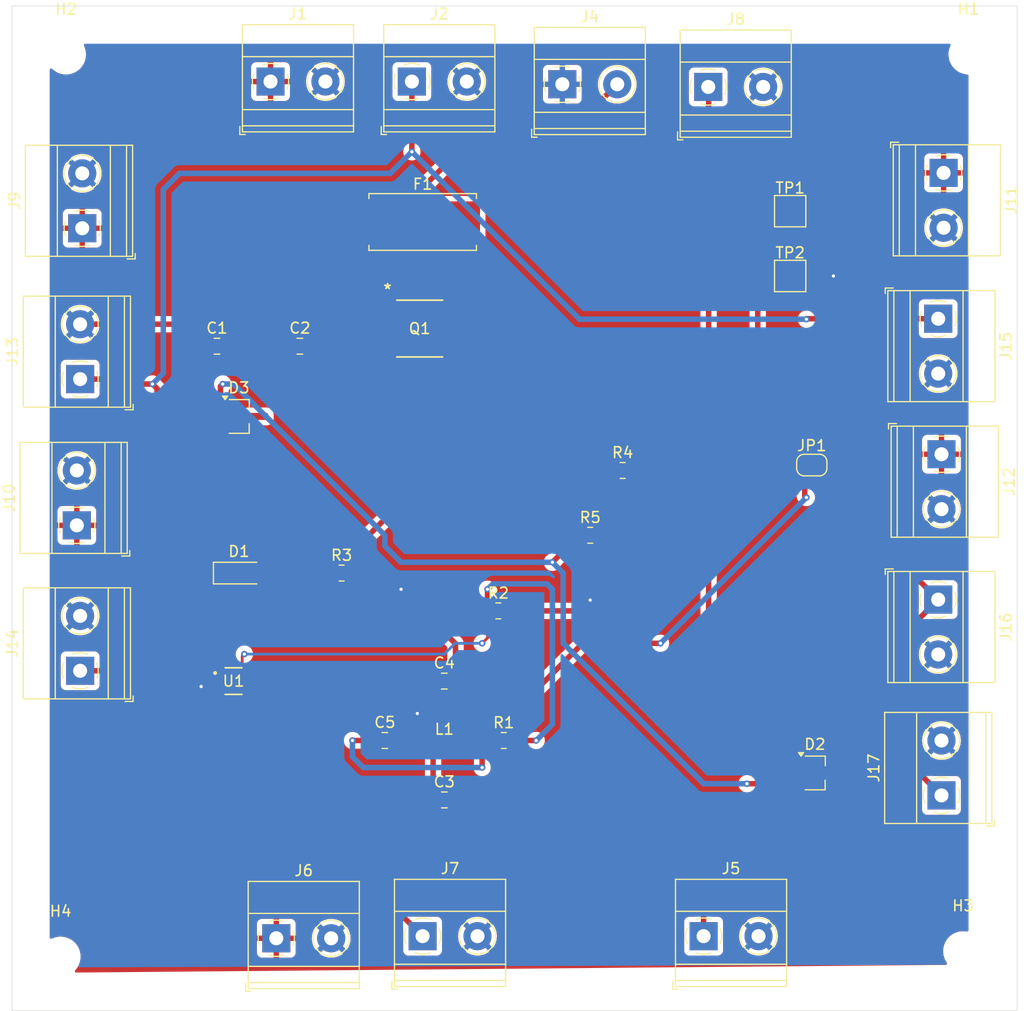
<source format=kicad_pcb>
(kicad_pcb (version 20240108) (generator "pcbnew") (generator_version "8.0")
  (layers (0 "F.Cu" mixed) (31 "B.Cu" mixed) (34 "B.Paste" user) (35 "F.Paste" user) (36 "B.SilkS" user "B.Silkscreen") (37 "F.SilkS" user "F.Silkscreen") (38 "B.Mask" user) (39 "F.Mask" user) (44 "Edge.Cuts" user))
  (net 0 "")
  (net 1 "+5V")
  (net 2 "GND")
  (net 3 "Net-(JP1-A)")
  (net 4 "+12V")
  (net 5 "Net-(D1-A)")
  (net 6 "/VBAT_READ")
  (net 7 "+3V3")
  (net 8 "Net-(F1-Pad2)")
  (net 9 "Net-(J4-Pin_2)")
  (net 10 "/BST")
  (net 11 "/SW")
  (net 12 "/SS")
  (net 13 "/FB")
  (footprint "MountingHole:MountingHole_3.2mm_M3" (layer "F.Cu") (at 92.5 153)
    (property "Reference" "H4" (at 0 -4.2 0) (layer "F.SilkS"))
    (property "Value" "MountingHole")
    (pad "" np_thru_hole circle (at 0 0) (size 3.2 3.2) (drill 3.2) (layers "*.Cu" "*.Mask"))
  )
  (footprint "Capacitor_SMD:C_0805_2012Metric_Pad1.18x1.45mm_HandSolder" (layer "F.Cu") (at 128 138.5)
    (property "Reference" "C3" (at 0 -1.68 0) (layer "F.SilkS"))
    (property "Value" "100nF")
    (pad "1" smd roundrect (at -1.0375 0) (size 1.175 1.45) (layers "F.Cu" "F.Paste" "F.Mask") (roundrect_rratio 0.212766) (net 11 "/SW"))
    (pad "2" smd roundrect (at 1.0375 0) (size 1.175 1.45) (layers "F.Cu" "F.Paste" "F.Mask") (roundrect_rratio 0.212766) (net 10 "/BST"))
  )
  (footprint "Resistor_SMD:R_0805_2012Metric_Pad1.20x1.40mm_HandSolder" (layer "F.Cu") (at 141.5 114)
    (property "Reference" "R5" (at 0 -1.65 0) (layer "F.SilkS"))
    (property "Value" "10k")
    (pad "1" smd roundrect (at -1 0) (size 1.2 1.4) (layers "F.Cu" "F.Paste" "F.Mask") (roundrect_rratio 0.208333) (net 6 "/VBAT_READ"))
    (pad "2" smd roundrect (at 1 0) (size 1.2 1.4) (layers "F.Cu" "F.Paste" "F.Mask") (roundrect_rratio 0.208333) (net 2 "GND"))
  )
  (footprint "Resistor_SMD:R_0805_2012Metric_Pad1.20x1.40mm_HandSolder" (layer "F.Cu") (at 144.5 108)
    (property "Reference" "R4" (at 0 -1.65 0) (layer "F.SilkS"))
    (property "Value" "100k")
    (pad "1" smd roundrect (at -1 0) (size 1.2 1.4) (layers "F.Cu" "F.Paste" "F.Mask") (roundrect_rratio 0.208333) (net 4 "+12V"))
    (pad "2" smd roundrect (at 1 0) (size 1.2 1.4) (layers "F.Cu" "F.Paste" "F.Mask") (roundrect_rratio 0.208333) (net 6 "/VBAT_READ"))
  )
  (footprint "Package_TO_SOT_SMD:TSOT-23_HandSoldering" (layer "F.Cu") (at 109 103)
    (property "Reference" "D3" (at 0 -2.65 0) (layer "F.SilkS"))
    (property "Value" "D_Schottky")
    (pad "1" smd roundrect (at -1.71 -0.95) (size 2 0.65) (layers "F.Cu" "F.Paste" "F.Mask") (net 6 "/VBAT_READ"))
    (pad "2" smd roundrect (at -1.71 0.95) (size 2 0.65) (layers "F.Cu" "F.Paste" "F.Mask") (net 2 "GND"))
    (pad "3" smd roundrect (at 1.71 0) (size 2 0.65) (layers "F.Cu" "F.Paste" "F.Mask"))
  )
  (footprint "TerminalBlock_Phoenix:TerminalBlock_Phoenix_MKDS-1,5-2-5.08_1x02_P5.08mm_Horizontal" (layer "F.Cu") (at 151.99 151.11)
    (property "Reference" "J5" (at 2.54 -6.26 0) (layer "F.SilkS"))
    (property "Value" "Conn_01x02_Pin")
    (pad "1" thru_hole rect (at 0 0) (size 2.6 2.6) (drill 1.3) (layers "*.Cu" "*.Mask") (net 6 "/VBAT_READ"))
    (pad "2" thru_hole circle (at 5.08 0) (size 2.6 2.6) (drill 1.3) (layers "*.Cu" "*.Mask") (net 2 "GND"))
  )
  (footprint "TerminalBlock_Phoenix:TerminalBlock_Phoenix_MKDS-1,5-2-5.08_1x02_P5.08mm_Horizontal" (layer "F.Cu") (at 94.305 126.545 90)
    (property "Reference" "J14" (at 2.54 -6.26 90) (layer "F.SilkS"))
    (property "Value" "MOTOR2 EN")
    (pad "1" thru_hole rect (at 0 0 90) (size 2.6 2.6) (drill 1.3) (layers "*.Cu" "*.Mask") (net 1 "+5V"))
    (pad "2" thru_hole circle (at 5.08 0 90) (size 2.6 2.6) (drill 1.3) (layers "*.Cu" "*.Mask") (net 2 "GND"))
  )
  (footprint "TerminalBlock_Phoenix:TerminalBlock_Phoenix_MKDS-1,5-2-5.08_1x02_P5.08mm_Horizontal" (layer "F.Cu") (at 174.195 80.455 -90)
    (property "Reference" "J11" (at 2.54 -6.26 90) (layer "F.SilkS"))
    (property "Value" "MOTOR3 POWER")
    (pad "1" thru_hole rect (at 0 0 270) (size 2.6 2.6) (drill 1.3) (layers "*.Cu" "*.Mask") (net 4 "+12V"))
    (pad "2" thru_hole circle (at 5.08 0 270) (size 2.6 2.6) (drill 1.3) (layers "*.Cu" "*.Mask") (net 2 "GND"))
  )
  (footprint "Capacitor_SMD:C_0805_2012Metric_Pad1.18x1.45mm_HandSolder" (layer "F.Cu") (at 122.5 133)
    (property "Reference" "C5" (at 0 -1.68 0) (layer "F.SilkS"))
    (property "Value" "47u")
    (pad "1" smd roundrect (at -1.0375 0) (size 1.175 1.45) (layers "F.Cu" "F.Paste" "F.Mask") (roundrect_rratio 0.212766) (net 3 "Net-(JP1-A)"))
    (pad "2" smd roundrect (at 1.0375 0) (size 1.175 1.45) (layers "F.Cu" "F.Paste" "F.Mask") (roundrect_rratio 0.212766) (net 2 "GND"))
  )
  (footprint "Resistor_SMD:R_0805_2012Metric_Pad1.20x1.40mm_HandSolder" (layer "F.Cu") (at 133.5 133)
    (property "Reference" "R1" (at 0 -1.65 0) (layer "F.SilkS"))
    (property "Value" "52.3k")
    (pad "1" smd roundrect (at -1 0) (size 1.2 1.4) (layers "F.Cu" "F.Paste" "F.Mask") (roundrect_rratio 0.208333) (net 3 "Net-(JP1-A)"))
    (pad "2" smd roundrect (at 1 0) (size 1.2 1.4) (layers "F.Cu" "F.Paste" "F.Mask") (roundrect_rratio 0.208333) (net 13 "/FB"))
  )
  (footprint "TerminalBlock_Phoenix:TerminalBlock_Phoenix_MKDS-1,5-2-5.08_1x02_P5.08mm_Horizontal" (layer "F.Cu") (at 94 113.08 90)
    (property "Reference" "J10" (at 2.54 -6.26 90) (layer "F.SilkS"))
    (property "Value" "MOTOR2 POWER")
    (pad "1" thru_hole rect (at 0 0 90) (size 2.6 2.6) (drill 1.3) (layers "*.Cu" "*.Mask") (net 4 "+12V"))
    (pad "2" thru_hole circle (at 5.08 0 90) (size 2.6 2.6) (drill 1.3) (layers "*.Cu" "*.Mask") (net 2 "GND"))
  )
  (footprint "TerminalBlock_Phoenix:TerminalBlock_Phoenix_MKDS-1,5-2-5.08_1x02_P5.08mm_Horizontal" (layer "F.Cu") (at 125.99 151.11)
    (property "Reference" "J7" (at 2.54 -6.26 0) (layer "F.SilkS"))
    (property "Value" "5V JUMP")
    (pad "1" thru_hole rect (at 0 0) (size 2.6 2.6) (drill 1.3) (layers "*.Cu" "*.Mask") (net 1 "+5V"))
    (pad "2" thru_hole circle (at 5.08 0) (size 2.6 2.6) (drill 1.3) (layers "*.Cu" "*.Mask") (net 2 "GND"))
  )
  (footprint "TerminalBlock_Phoenix:TerminalBlock_Phoenix_MKDS-1,5-2-5.08_1x02_P5.08mm_Horizontal" (layer "F.Cu") (at 152.42 72.5)
    (property "Reference" "J8" (at 2.54 -6.26 0) (layer "F.SilkS"))
    (property "Value" "3V3 JUMP")
    (pad "1" thru_hole rect (at 0 0) (size 2.6 2.6) (drill 1.3) (layers "*.Cu" "*.Mask") (net 7 "+3V3"))
    (pad "2" thru_hole circle (at 5.08 0) (size 2.6 2.6) (drill 1.3) (layers "*.Cu" "*.Mask") (net 2 "GND"))
  )
  (footprint "Fuse:Fuseholder_Littelfuse_Nano2_154x" (layer "F.Cu") (at 126 85)
    (property "Reference" "F1" (at 0 -3.5 0) (layer "F.SilkS"))
    (property "Value" "Fuse")
    (pad "1" smd rect (at -3.185 0) (size 4.24 3.81) (layers "F.Cu" "F.Paste" "F.Mask") (net 9 "Net-(J4-Pin_2)"))
    (pad "2" smd rect (at 3.185 0) (size 4.24 3.81) (layers "F.Cu" "F.Paste" "F.Mask") (net 8 "Net-(F1-Pad2)"))
  )
  (footprint "TerminalBlock_Phoenix:TerminalBlock_Phoenix_MKDS-1,5-2-5.08_1x02_P5.08mm_Horizontal" (layer "F.Cu") (at 125 72)
    (property "Reference" "J2" (at 2.54 -6.26 0) (layer "F.SilkS"))
    (property "Value" "LIN ACT DRIVER")
    (pad "1" thru_hole rect (at 0 0) (size 2.6 2.6) (drill 1.3) (layers "*.Cu" "*.Mask") (net 1 "+5V"))
    (pad "2" thru_hole circle (at 5.08 0) (size 2.6 2.6) (drill 1.3) (layers "*.Cu" "*.Mask") (net 2 "GND"))
  )
  (footprint "TerminalBlock_Phoenix:TerminalBlock_Phoenix_MKDS-1,5-2-5.08_1x02_P5.08mm_Horizontal" (layer "F.Cu") (at 94.5 85.58 90)
    (property "Reference" "J9" (at 2.54 -6.26 90) (layer "F.SilkS"))
    (property "Value" "MOTOR1 POWER")
    (pad "1" thru_hole rect (at 0 0 90) (size 2.6 2.6) (drill 1.3) (layers "*.Cu" "*.Mask") (net 4 "+12V"))
    (pad "2" thru_hole circle (at 5.08 0 90) (size 2.6 2.6) (drill 1.3) (layers "*.Cu" "*.Mask") (net 2 "GND"))
  )
  (footprint "TerminalBlock_Phoenix:TerminalBlock_Phoenix_MKDS-1,5-2-5.08_1x02_P5.08mm_Horizontal" (layer "F.Cu") (at 111.92 72)
    (property "Reference" "J1" (at 2.54 -6.26 0) (layer "F.SilkS"))
    (property "Value" "LINEAR ACTUATOR POWER")
    (pad "1" thru_hole rect (at 0 0) (size 2.6 2.6) (drill 1.3) (layers "*.Cu" "*.Mask") (net 4 "+12V"))
    (pad "2" thru_hole circle (at 5.08 0) (size 2.6 2.6) (drill 1.3) (layers "*.Cu" "*.Mask") (net 2 "GND"))
  )
  (footprint "TerminalBlock_Phoenix:TerminalBlock_Phoenix_MKDS-1,5-2-5.08_1x02_P5.08mm_Horizontal" (layer "F.Cu") (at 174 106.5 -90)
    (property "Reference" "J12" (at 2.54 -6.26 90) (layer "F.SilkS"))
    (property "Value" "MOTOR4 POWER")
    (pad "1" thru_hole rect (at 0 0 270) (size 2.6 2.6) (drill 1.3) (layers "*.Cu" "*.Mask") (net 4 "+12V"))
    (pad "2" thru_hole circle (at 5.08 0 270) (size 2.6 2.6) (drill 1.3) (layers "*.Cu" "*.Mask") (net 2 "GND"))
  )
  (footprint "Resistor_SMD:R_0805_2012Metric_Pad1.20x1.40mm_HandSolder" (layer "F.Cu") (at 133 121)
    (property "Reference" "R2" (at 0 -1.65 0) (layer "F.SilkS"))
    (property "Value" "10k")
    (pad "1" smd roundrect (at -1 0) (size 1.2 1.4) (layers "F.Cu" "F.Paste" "F.Mask") (roundrect_rratio 0.208333) (net 13 "/FB"))
    (pad "2" smd roundrect (at 1 0) (size 1.2 1.4) (layers "F.Cu" "F.Paste" "F.Mask") (roundrect_rratio 0.208333) (net 2 "GND"))
  )
  (footprint "TerminalBlock_Phoenix:TerminalBlock_Phoenix_MKDS-1,5-2-5.08_1x02_P5.08mm_Horizontal" (layer "F.Cu") (at 174 138.08 90)
    (property "Reference" "J17" (at 2.54 -6.26 90) (layer "F.SilkS"))
    (property "Value" "LIN REG")
    (pad "1" thru_hole rect (at 0 0 90) (size 2.6 2.6) (drill 1.3) (layers "*.Cu" "*.Mask") (net 1 "+5V"))
    (pad "2" thru_hole circle (at 5.08 0 90) (size 2.6 2.6) (drill 1.3) (layers "*.Cu" "*.Mask") (net 2 "GND"))
  )
  (footprint "MountingHole:MountingHole_3.2mm_M3" (layer "F.Cu") (at 176.5 69.5)
    (property "Reference" "H1" (at 0 -4.2 0) (layer "F.SilkS"))
    (property "Value" "MountingHole")
    (pad "" np_thru_hole circle (at 0 0) (size 3.2 3.2) (drill 3.2) (layers "*.Cu" "*.Mask"))
  )
  (footprint "Package_TO_SOT_SMD:TSOT-23_HandSoldering" (layer "F.Cu") (at 162.29 136)
    (property "Reference" "D2" (at 0 -2.65 0) (layer "F.SilkS"))
    (property "Value" "D_Schottky")
    (pad "1" smd roundrect (at -1.71 -0.95) (size 2 0.65) (layers "F.Cu" "F.Paste" "F.Mask") (net 7 "+3V3"))
    (pad "2" smd roundrect (at -1.71 0.95) (size 2 0.65) (layers "F.Cu" "F.Paste" "F.Mask") (net 6 "/VBAT_READ"))
    (pad "3" smd roundrect (at 1.71 0) (size 2 0.65) (layers "F.Cu" "F.Paste" "F.Mask"))
  )
  (footprint "TPS62933DRLR:SOT5X3-8_DRL_TEX" (layer "F.Cu") (at 108.5 127.5)
    (property "Reference" "U1" (at 0 0 0) (layer "F.SilkS"))
    (property "Value" "TPS62933DRLR")
    (pad "1" smd rect (at -0.8001 -0.750189) (size 0.7112 0.2286) (layers "F.Cu" "F.Paste" "F.Mask"))
    (pad "2" smd rect (at -0.8001 -0.250063) (size 0.7112 0.2286) (layers "F.Cu" "F.Paste" "F.Mask"))
    (pad "3" smd rect (at -0.8001 0.250063) (size 0.7112 0.2286) (layers "F.Cu" "F.Paste" "F.Mask") (net 4 "+12V"))
    (pad "4" smd rect (at -0.8001 0.750189) (size 0.7112 0.2286) (layers "F.Cu" "F.Paste" "F.Mask") (net 2 "GND"))
    (pad "5" smd rect (at 0.8001 0.750189) (size 0.7112 0.2286) (layers "F.Cu" "F.Paste" "F.Mask"))
    (pad "6" smd rect (at 0.8001 0.250063) (size 0.7112 0.2286) (layers "F.Cu" "F.Paste" "F.Mask"))
    (pad "7" smd rect (at 0.8001 -0.250063) (size 0.7112 0.2286) (layers "F.Cu" "F.Paste" "F.Mask") (net 12 "/SS"))
    (pad "8" smd rect (at 0.8001 -0.750189) (size 0.7112 0.2286) (layers "F.Cu" "F.Paste" "F.Mask") (net 13 "/FB"))
  )
  (footprint "Inductor_SMD:L_0201_0603Metric_Pad0.64x0.40mm_HandSolder" (layer "F.Cu") (at 128 133)
    (property "Reference" "L1" (at 0 -1.05 0) (layer "F.SilkS"))
    (property "Value" "7.8uH")
    (pad "1" smd roundrect (at -0.4075 0) (size 0.635 0.4) (layers "F.Cu" "F.Mask") (net 11 "/SW"))
    (pad "2" smd roundrect (at 0.4075 0) (size 0.635 0.4) (layers "F.Cu" "F.Mask") (net 3 "Net-(JP1-A)"))
  )
  (footprint "Resistor_SMD:R_0805_2012Metric_Pad1.20x1.40mm_HandSolder" (layer "F.Cu") (at 118.5 117.5)
    (property "Reference" "R3" (at 0 -1.65 0) (layer "F.SilkS"))
    (property "Value" "100k")
    (pad "1" smd roundrect (at -1 0) (size 1.2 1.4) (layers "F.Cu" "F.Paste" "F.Mask") (roundrect_rratio 0.208333) (net 5 "Net-(D1-A)"))
    (pad "2" smd roundrect (at 1 0) (size 1.2 1.4) (layers "F.Cu" "F.Paste" "F.Mask") (roundrect_rratio 0.208333) (net 2 "GND"))
  )
  (footprint "AO4485:SO8SOP-8L_AOS" (layer "F.Cu") (at 125.72415 94.865)
    (property "Reference" "Q1" (at 0 0 0) (layer "F.SilkS"))
    (property "Value" "AO4485")
    (fp_text user "*" (at -2.97815 -3.6068 0) (layer "F.SilkS"))
    (fp_text user "*" (at -2.97815 -3.6068 0) (layer "F.SilkS"))
    (pad "1" smd rect (at -2.72415 -1.905) (size 1.4605 0.5588) (layers "F.Cu" "F.Paste" "F.Mask") (net 4 "+12V"))
    (pad "2" smd rect (at -2.72415 -0.635) (size 1.4605 0.5588) (layers "F.Cu" "F.Paste" "F.Mask") (net 4 "+12V"))
    (pad "3" smd rect (at -2.72415 0.635) (size 1.4605 0.5588) (layers "F.Cu" "F.Paste" "F.Mask") (net 4 "+12V"))
    (pad "4" smd rect (at -2.72415 1.905) (size 1.4605 0.5588) (layers "F.Cu" "F.Paste" "F.Mask") (net 5 "Net-(D1-A)"))
    (pad "5" smd rect (at 2.72415 1.905) (size 1.4605 0.5588) (layers "F.Cu" "F.Paste" "F.Mask") (net 8 "Net-(F1-Pad2)"))
    (pad "6" smd rect (at 2.72415 0.635) (size 1.4605 0.5588) (layers "F.Cu" "F.Paste" "F.Mask") (net 8 "Net-(F1-Pad2)"))
    (pad "7" smd rect (at 2.72415 -0.635) (size 1.4605 0.5588) (layers "F.Cu" "F.Paste" "F.Mask") (net 8 "Net-(F1-Pad2)"))
    (pad "8" smd rect (at 2.72415 -1.905) (size 1.4605 0.5588) (layers "F.Cu" "F.Paste" "F.Mask") (net 8 "Net-(F1-Pad2)"))
  )
  (footprint "TerminalBlock_Phoenix:TerminalBlock_Phoenix_MKDS-1,5-2-5.08_1x02_P5.08mm_Horizontal" (layer "F.Cu") (at 173.695 93.955 -90)
    (property "Reference" "J15" (at 2.54 -6.26 90) (layer "F.SilkS"))
    (property "Value" "MOTOR3 EN")
    (pad "1" thru_hole rect (at 0 0 270) (size 2.6 2.6) (drill 1.3) (layers "*.Cu" "*.Mask") (net 1 "+5V"))
    (pad "2" thru_hole circle (at 5.08 0 270) (size 2.6 2.6) (drill 1.3) (layers "*.Cu" "*.Mask") (net 2 "GND"))
  )
  (footprint "TestPoint:TestPoint_Pad_2.5x2.5mm" (layer "F.Cu") (at 160 90)
    (property "Reference" "TP2" (at 0 -2.148 0) (layer "F.SilkS"))
    (property "Value" "TestPoint")
    (pad "1" smd rect (at 0 0) (size 2.5 2.5) (layers "F.Cu" "F.Mask") (net 2 "GND"))
  )
  (footprint "Capacitor_SMD:C_0805_2012Metric_Pad1.18x1.45mm_HandSolder" (layer "F.Cu") (at 128 127.5)
    (property "Reference" "C4" (at 0 -1.68 0) (layer "F.SilkS"))
    (property "Value" "33nF")
    (pad "1" smd roundrect (at -1.0375 0) (size 1.175 1.45) (layers "F.Cu" "F.Paste" "F.Mask") (roundrect_rratio 0.212766) (net 12 "/SS"))
    (pad "2" smd roundrect (at 1.0375 0) (size 1.175 1.45) (layers "F.Cu" "F.Paste" "F.Mask") (roundrect_rratio 0.212766) (net 2 "GND"))
  )
  (footprint "TerminalBlock_Phoenix:TerminalBlock_Phoenix_MKDS-1,5-2-5.08_1x02_P5.08mm_Horizontal" (layer "F.Cu") (at 112.455 151.305)
    (property "Reference" "J6" (at 2.54 -6.26 0) (layer "F.SilkS"))
    (property "Value" "12V JUMP")
    (pad "1" thru_hole rect (at 0 0) (size 2.6 2.6) (drill 1.3) (layers "*.Cu" "*.Mask") (net 4 "+12V"))
    (pad "2" thru_hole circle (at 5.08 0) (size 2.6 2.6) (drill 1.3) (layers "*.Cu" "*.Mask") (net 2 "GND"))
  )
  (footprint "Diode_SMD:D_SOD-123" (layer "F.Cu") (at 109 117.5)
    (property "Reference" "D1" (at 0 -2 0) (layer "F.SilkS"))
    (property "Value" "D_Zener")
    (pad "1" smd roundrect (at -1.65 0) (size 0.9 1.2) (layers "F.Cu" "F.Paste" "F.Mask") (net 4 "+12V"))
    (pad "2" smd roundrect (at 1.65 0) (size 0.9 1.2) (layers "F.Cu" "F.Paste" "F.Mask") (net 5 "Net-(D1-A)"))
  )
  (footprint "MountingHole:MountingHole_3.2mm_M3" (layer "F.Cu") (at 176 152.5)
    (property "Reference" "H3" (at 0 -4.2 0) (layer "F.SilkS"))
    (property "Value" "MountingHole")
    (pad "" np_thru_hole circle (at 0 0) (size 3.2 3.2) (drill 3.2) (layers "*.Cu" "*.Mask"))
  )
  (footprint "MountingHole:MountingHole_3.2mm_M3" (layer "F.Cu") (at 93 69.5)
    (property "Reference" "H2" (at 0 -4.2 0) (layer "F.SilkS"))
    (property "Value" "MountingHole")
    (pad "" np_thru_hole circle (at 0 0) (size 3.2 3.2) (drill 3.2) (layers "*.Cu" "*.Mask"))
  )
  (footprint "TerminalBlock_Phoenix:TerminalBlock_Phoenix_MKDS-1,5-2-5.08_1x02_P5.08mm_Horizontal" (layer "F.Cu") (at 138.92 72.25)
    (property "Reference" "J4" (at 2.54 -6.26 0) (layer "F.SilkS"))
    (property "Value" "12V BATTERY POWER")
    (pad "1" thru_hole rect (at 0 0) (size 2.6 2.6) (drill 1.3) (layers "*.Cu" "*.Mask") (net 2 "GND"))
    (pad "2" thru_hole circle (at 5.08 0) (size 2.6 2.6) (drill 1.3) (layers "*.Cu" "*.Mask") (net 9 "Net-(J4-Pin_2)"))
  )
  (footprint "Capacitor_SMD:C_0805_2012Metric_Pad1.18x1.45mm_HandSolder" (layer "F.Cu") (at 114.6375 96.5)
    (property "Reference" "C2" (at 0 -1.68 0) (layer "F.SilkS"))
    (property "Value" "100nF")
    (pad "1" smd roundrect (at -1.0375 0) (size 1.175 1.45) (layers "F.Cu" "F.Paste" "F.Mask") (roundrect_rratio 0.212766) (net 4 "+12V"))
    (pad "2" smd roundrect (at 1.0375 0) (size 1.175 1.45) (layers "F.Cu" "F.Paste" "F.Mask") (roundrect_rratio 0.212766) (net 2 "GND"))
  )
  (footprint "TestPoint:TestPoint_Pad_2.5x2.5mm" (layer "F.Cu") (at 160 84)
    (property "Reference" "TP1" (at 0 -2.148 0) (layer "F.SilkS"))
    (property "Value" "TestPoint")
    (pad "1" smd rect (at 0 0) (size 2.5 2.5) (layers "F.Cu" "F.Mask") (net 3 "Net-(JP1-A)"))
  )
  (footprint "TerminalBlock_Phoenix:TerminalBlock_Phoenix_MKDS-1,5-2-5.08_1x02_P5.08mm_Horizontal" (layer "F.Cu") (at 173.695 119.955 -90)
    (property "Reference" "J16" (at 2.54 -6.26 90) (layer "F.SilkS"))
    (property "Value" "MOTOR4 EN")
    (pad "1" thru_hole rect (at 0 0 270) (size 2.6 2.6) (drill 1.3) (layers "*.Cu" "*.Mask") (net 1 "+5V"))
    (pad "2" thru_hole circle (at 5.08 0 270) (size 2.6 2.6) (drill 1.3) (layers "*.Cu" "*.Mask") (net 2 "GND"))
  )
  (footprint "TerminalBlock_Phoenix:TerminalBlock_Phoenix_MKDS-1,5-2-5.08_1x02_P5.08mm_Horizontal" (layer "F.Cu") (at 94.305 99.545 90)
    (property "Reference" "J13" (at 2.54 -6.26 90) (layer "F.SilkS"))
    (property "Value" "MOTOR1 EN")
    (pad "1" thru_hole rect (at 0 0 90) (size 2.6 2.6) (drill 1.3) (layers "*.Cu" "*.Mask") (net 1 "+5V"))
    (pad "2" thru_hole circle (at 5.08 0 90) (size 2.6 2.6) (drill 1.3) (layers "*.Cu" "*.Mask") (net 2 "GND"))
  )
  (footprint "Jumper:SolderJumper-2_P1.3mm_Open_RoundedPad1.0x1.5mm" (layer "F.Cu") (at 162 107.5)
    (property "Reference" "JP1" (at 0 -1.8 0) (layer "F.SilkS"))
    (property "Value" "SolderJumper_2_Open")
    (pad "1" smd custom (at -0.65 0) (size 1 0.5) (layers "F.Cu" "F.Mask") (net 3 "Net-(JP1-A)") (options (clearance outline) (anchor rect)) (primitives (gr_circle (center 0 0.25) (end 0.5 0.25) (width 0) (fill yes)) (gr_circle (center 0 -0.25) (end 0.5 -0.25) (width 0) (fill yes)) (gr_poly (pts (xy 0.5 0.75) (xy 0 0.75) (xy 0 -0.75) (xy 0.5 -0.75)) (width 0) (fill yes))))
    (pad "2" smd custom (at 0.65 0) (size 1 0.5) (layers "F.Cu" "F.Mask") (net 1 "+5V") (options (clearance outline) (anchor rect)) (primitives (gr_circle (center 0 0.25) (end 0.5 0.25) (width 0) (fill yes)) (gr_circle (center 0 -0.25) (end 0.5 -0.25) (width 0) (fill yes)) (gr_poly (pts (xy 0 0.75) (xy -0.5 0.75) (xy -0.5 -0.75) (xy 0 -0.75)) (width 0) (fill yes))))
  )
  (footprint "Capacitor_SMD:C_0805_2012Metric_Pad1.18x1.45mm_HandSolder" (layer "F.Cu") (at 106.9625 96.5)
    (property "Reference" "C1" (at 0 -1.68 0) (layer "F.SilkS"))
    (property "Value" "10uF")
    (pad "1" smd roundrect (at -1.0375 0) (size 1.175 1.45) (layers "F.Cu" "F.Paste" "F.Mask") (roundrect_rratio 0.212766) (net 4 "+12V"))
    (pad "2" smd roundrect (at 1.0375 0) (size 1.175 1.45) (layers "F.Cu" "F.Paste" "F.Mask") (roundrect_rratio 0.212766) (net 2 "GND"))
  )
  (gr_rect (start 88 65) (end 181 158) (stroke (width 0.05)) (fill none) (layer "Edge.Cuts"))
  (segment (start 168.045 93.955) (end 167 95) (width 0.508) (layer "F.Cu") (net 1))
  (segment (start 168.045 93.955) (end 161.545 93.955) (width 0.508) (layer "F.Cu") (net 1))
  (segment (start 125 72) (end 125 78.5) (width 0.508) (layer "F.Cu") (net 1))
  (segment (start 100 100) (end 99.545 99.545) (width 0.508) (layer "F.Cu") (net 1))
  (segment (start 101.425 100.425) (end 101 100) (width 0.508) (layer "F.Cu") (net 1))
  (segment (start 171.941 121.709) (end 165.291 121.709) (width 0.508) (layer "F.Cu") (net 1))
  (segment (start 162.65 108.91) (end 173.695 119.955) (width 0.508) (layer "F.Cu") (net 1))
  (segment (start 101.425 126.545) (end 101.425 100.425) (width 0.508) (layer "F.Cu") (net 1))
  (segment (start 164.5 128.58) (end 174 138.08) (width 0.508) (layer "F.Cu") (net 1))
  (segment (start 167 95) (end 167 106.5) (width 0.508) (layer "F.Cu") (net 1))
  (segment (start 167 106.5) (end 166 107.5) (width 0.508) (layer "F.Cu") (net 1))
  (segment (start 166 107.5) (end 162.65 107.5) (width 0.508) (layer "F.Cu") (net 1))
  (segment (start 165.291 121.709) (end 164.5 122.5) (width 0.508) (layer "F.Cu") (net 1))
  (segment (start 94.305 126.545) (end 101.425 126.545) (width 0.508) (layer "F.Cu") (net 1))
  (segment (start 173.695 93.955) (end 168.045 93.955) (width 0.508) (layer "F.Cu") (net 1))
  (segment (start 173.695 119.955) (end 171.941 121.709) (width 0.508) (layer "F.Cu") (net 1))
  (segment (start 101.425 126.545) (end 125.99 151.11) (width 0.508) (layer "F.Cu") (net 1))
  (segment (start 100 100) (end 101 100) (width 0.508) (layer "F.Cu") (net 1))
  (segment (start 161.545 93.955) (end 161.5 94) (width 0.508) (layer "F.Cu") (net 1))
  (segment (start 164.5 122.5) (end 164.5 128.58) (width 0.508) (layer "F.Cu") (net 1))
  (segment (start 162.65 107.5) (end 162.65 108.91) (width 0.508) (layer "F.Cu") (net 1))
  (segment (start 99.545 99.545) (end 94.305 99.545) (width 0.508) (layer "F.Cu") (net 1))
  (via (at 125 78.5) (size 0.6) (drill 0.3) (layers "F.Cu" "B.Cu") (net 1))
  (via (at 101 100) (size 0.6) (drill 0.3) (layers "F.Cu" "B.Cu") (net 1))
  (via (at 161.5 94) (size 0.6) (drill 0.3) (layers "F.Cu" "B.Cu") (net 1))
  (segment (start 103.5 80.5) (end 102 82) (width 0.508) (layer "B.Cu") (net 1))
  (segment (start 102 82) (end 102 99) (width 0.508) (layer "B.Cu") (net 1))
  (segment (start 125 78.5) (end 123 80.5) (width 0.508) (layer "B.Cu") (net 1))
  (segment (start 102 99) (end 101 100) (width 0.508) (layer "B.Cu") (net 1))
  (segment (start 161.5 94) (end 140.5 94) (width 0.508) (layer "B.Cu") (net 1))
  (segment (start 123 80.5) (end 103.5 80.5) (width 0.508) (layer "B.Cu") (net 1))
  (segment (start 140.5 94) (end 125 78.5) (width 0.508) (layer "B.Cu") (net 1))
  (segment (start 114.496 95.321) (end 115.675 96.5) (width 0.508) (layer "F.Cu") (net 2))
  (segment (start 107.465 94.465) (end 94.305 94.465) (width 0.508) (layer "F.Cu") (net 2))
  (segment (start 142.5 114) (end 142.5 119) (width 0.508) (layer "F.Cu") (net 2))
  (segment (start 129.0375 124.0375) (end 124 119) (width 0.508) (layer "F.Cu") (net 2))
  (segment (start 108 96.5) (end 108 98) (width 0.508) (layer "F.Cu") (net 2))
  (segment (start 108 95) (end 107.465 94.465) (width 0.508) (layer "F.Cu") (net 2))
  (segment (start 119.5 117.5) (end 122.5 117.5) (width 0.508) (layer "F.Cu") (net 2))
  (segment (start 122.5 117.5) (end 124 119) (width 0.508) (layer "F.Cu") (net 2))
  (segment (start 123.5375 132.4625) (end 125.5 130.5) (width 0.508) (layer "F.Cu") (net 2))
  (segment (start 108 96.5) (end 108 95) (width 0.508) (layer "F.Cu") (net 2))
  (segment (start 109.179 95.321) (end 114.496 95.321) (width 0.508) (layer "F.Cu") (net 2))
  (segment (start 108 96.5) (end 109.179 95.321) (width 0.508) (layer "F.Cu") (net 2))
  (segment (start 105.750189 128.250189) (end 105.5 128) (width 0.254) (layer "F.Cu") (net 2))
  (segment (start 140.5 121) (end 141.5 120) (width 0.508) (layer "F.Cu") (net 2))
  (segment (start 105.836 99.164) (end 105.836 99.5) (width 0.508) (layer "F.Cu") (net 2))
  (segment (start 105.836 99.5) (end 105.836 102.496) (width 0.508) (layer "F.Cu") (net 2))
  (segment (start 106.5 98.5) (end 105.836 99.164) (width 0.508) (layer "F.Cu") (net 2))
  (segment (start 142.5 119) (end 141.5 120) (width 0.508) (layer "F.Cu") (net 2))
  (segment (start 134 121) (end 140.5 121) (width 0.508) (layer "F.Cu") (net 2))
  (segment (start 108 98) (end 107.5 98.5) (width 0.508) (layer "F.Cu") (net 2))
  (segment (start 107.5 98.5) (end 106.5 98.5) (width 0.508) (layer "F.Cu") (net 2))
  (segment (start 160 90) (end 164 90) (width 0.508) (layer "F.Cu") (net 2))
  (segment (start 105.836 102.496) (end 107.29 103.95) (width 0.508) (layer "F.Cu") (net 2))
  (segment (start 123.5375 133) (end 123.5375 132.4625) (width 0.508) (layer "F.Cu") (net 2))
  (segment (start 107.6999 128.250189) (end 105.750189 128.250189) (width 0.254) (layer "F.Cu") (net 2))
  (segment (start 129.0375 127.5) (end 129.0375 124.0375) (width 0.508) (layer "F.Cu") (net 2))
  (via (at 105.5 128) (size 0.6) (drill 0.3) (layers "F.Cu" "B.Cu") (net 2))
  (via (at 125.5 130.5) (size 0.6) (drill 0.3) (layers "F.Cu" "B.Cu") (net 2))
  (via (at 124 119) (size 0.6) (drill 0.3) (layers "F.Cu" "B.Cu") (net 2))
  (via (at 164 90) (size 0.6) (drill 0.3) (layers "F.Cu" "B.Cu") (net 2))
  (via (at 141.5 120) (size 0.6) (drill 0.3) (layers "F.Cu" "B.Cu") (net 2))
  (segment (start 131.5 135.5) (end 131.5 134) (width 0.508) (layer "F.Cu") (net 3))
  (segment (start 121.4625 133) (end 119.5 133) (width 0.508) (layer "F.Cu") (net 3))
  (segment (start 158.5 84) (end 157 85.5) (width 0.508) (layer "F.Cu") (net 3))
  (segment (start 158.5 107.5) (end 161.35 107.5) (width 0.508) (layer "F.Cu") (net 3))
  (segment (start 132.5 132.3) (end 132.5 133) (width 0.508) (layer "F.Cu") (net 3))
  (segment (start 161.35 107.5) (end 161.35 110.35) (width 0.508) (layer "F.Cu") (net 3))
  (segment (start 157 106) (end 158.5 107.5) (width 0.508) (layer "F.Cu") (net 3))
  (segment (start 161.35 110.35) (end 161.5 110.5) (width 0.508) (layer "F.Cu") (net 3))
  (segment (start 160 84) (end 158.5 84) (width 0.508) (layer "F.Cu") (net 3))
  (segment (start 131.5 134) (end 132.5 133) (width 0.508) (layer "F.Cu") (net 3))
  (segment (start 148 124) (end 140.8 124) (width 0.508) (layer "F.Cu") (net 3))
  (segment (start 128.4075 133) (end 132.5 133) (width 0.508) (layer "F.Cu") (net 3))
  (segment (start 140.8 124) (end 132.5 132.3) (width 0.508) (layer "F.Cu") (net 3))
  (segment (start 157 85.5) (end 157 106) (width 0.508) (layer "F.Cu") (net 3))
  (via (at 119.5 133) (size 0.6) (drill 0.3) (layers "F.Cu" "B.Cu") (net 3))
  (via (at 148 124) (size 0.6) (drill 0.3) (layers "F.Cu" "B.Cu") (net 3))
  (via (at 131.5 135.5) (size 0.6) (drill 0.3) (layers "F.Cu" "B.Cu") (net 3))
  (via (at 161.5 110.5) (size 0.6) (drill 0.3) (layers "F.Cu" "B.Cu") (net 3))
  (segment (start 119.5 134.5) (end 120.5 135.5) (width 0.508) (layer "B.Cu") (net 3))
  (segment (start 119.5 133) (end 119.5 134.5) (width 0.508) (layer "B.Cu") (net 3))
  (segment (start 120.5 135.5) (end 131.5 135.5) (width 0.508) (layer "B.Cu") (net 3))
  (segment (start 161.5 110.5) (end 148 124) (width 0.508) (layer "B.Cu") (net 3))
  (segment (start 106 126.673937) (end 106 125.5) (width 0.254) (layer "F.Cu") (net 4))
  (segment (start 107.6999 127.750063) (end 107.076126 127.750063) (width 0.254) (layer "F.Cu") (net 4))
  (segment (start 107.076126 127.750063) (end 106 126.673937) (width 0.254) (layer "F.Cu") (net 4))
  (segment (start 110.65 117.5) (end 117.5 117.5) (width 0.508) (layer "F.Cu") (net 5))
  (segment (start 123 96.77) (end 123 112) (width 0.508) (layer "F.Cu") (net 5))
  (segment (start 123 112) (end 117.5 117.5) (width 0.508) (layer "F.Cu") (net 5))
  (segment (start 145.5 108) (end 145.5 109) (width 0.508) (layer "F.Cu") (net 6))
  (segment (start 140.5 114) (end 138 116.5) (width 0.508) (layer "F.Cu") (net 6))
  (segment (start 153 143.5) (end 151.99 144.51) (width 0.508) (layer "F.Cu") (net 6))
  (segment (start 107.29 102.05) (end 107.29 100.21) (width 0.508) (layer "F.Cu") (net 6))
  (segment (start 145.5 109) (end 140.5 114) (width 0.508) (layer "F.Cu") (net 6))
  (segment (start 151.99 144.51) (end 151.99 151.11) (width 0.508) (layer "F.Cu") (net 6))
  (segment (start 160.53 137) (end 160.58 136.95) (width 0.508) (layer "F.Cu") (net 6))
  (segment (start 160 143.5) (end 153 143.5) (width 0.508) (layer "F.Cu") (net 6))
  (segment (start 156 137) (end 160.53 137) (width 0.508) (layer "F.Cu") (net 6))
  (segment (start 107.29 100.21) (end 107.5 100) (width 0.508) (layer "F.Cu") (net 6))
  (segment (start 160.58 136.95) (end 160.58 142.92) (width 0.508) (layer "F.Cu") (net 6))
  (segment (start 160.58 142.92) (end 160 143.5) (width 0.508) (layer "F.Cu") (net 6))
  (via (at 156 137) (size 0.6) (drill 0.3) (layers "F.Cu" "B.Cu") (net 6))
  (via (at 138 116.5) (size 0.6) (drill 0.3) (layers "F.Cu" "B.Cu") (net 6))
  (via (at 107.5 100) (size 0.6) (drill 0.3) (layers "F.Cu" "B.Cu") (net 6))
  (segment (start 124 116.5) (end 138 116.5) (width 0.508) (layer "B.Cu") (net 6))
  (segment (start 139 124) (end 152 137) (width 0.508) (layer "B.Cu") (net 6))
  (segment (start 108.5 100) (end 122.5 114) (width 0.508) (layer "B.Cu") (net 6))
  (segment (start 122.5 114) (end 122.5 115) (width 0.508) (layer "B.Cu") (net 6))
  (segment (start 107.5 100) (end 108.5 100) (width 0.508) (layer "B.Cu") (net 6))
  (segment (start 138 116.5) (end 139 117.5) (width 0.508) (layer "B.Cu") (net 6))
  (segment (start 139 117.5) (end 139 124) (width 0.508) (layer "B.Cu") (net 6))
  (segment (start 152 137) (end 156 137) (width 0.508) (layer "B.Cu") (net 6))
  (segment (start 122.5 115) (end 124 116.5) (width 0.508) (layer "B.Cu") (net 6))
  (segment (start 152.455 72.305) (end 152.455 126.925) (width 0.508) (layer "F.Cu") (net 7))
  (segment (start 152.455 126.925) (end 160.58 135.05) (width 0.508) (layer "F.Cu") (net 7))
  (segment (start 129.185 92.2233) (end 128.4483 92.96) (width 0.508) (layer "F.Cu") (net 8))
  (segment (start 129.185 85) (end 129.185 92.2233) (width 0.508) (layer "F.Cu") (net 8))
  (segment (start 128.4483 92.96) (end 128.4483 96.77) (width 0.508) (layer "F.Cu") (net 8))
  (segment (start 129.815 78) (end 122.815 85) (width 0.508) (layer "F.Cu") (net 9))
  (segment (start 138.5 77.75) (end 138.5 78) (width 0.508) (layer "F.Cu") (net 9))
  (segment (start 144 72.25) (end 138.5 77.75) (width 0.508) (layer "F.Cu") (net 9))
  (segment (start 138.5 78) (end 129.815 78) (width 0.508) (layer "F.Cu") (net 9))
  (segment (start 126.9625 133.63) (end 126.9625 138.5) (width 0.508) (layer "F.Cu") (net 11))
  (segment (start 127.5925 133) (end 126.9625 133.63) (width 0.508) (layer "F.Cu") (net 11))
  (segment (start 126.712437 127.249937) (end 126.9625 127.5) (width 0.254) (layer "F.Cu") (net 12))
  (segment (start 109.3001 127.249937) (end 126.712437 127.249937) (width 0.254) (layer "F.Cu") (net 12))
  (segment (start 131.5 124) (end 132 123.5) (width 0.254) (layer "F.Cu") (net 13))
  (segment (start 109.3001 126.749811) (end 109.3001 125.1999) (width 0.254) (layer "F.Cu") (net 13))
  (segment (start 134.5 133) (end 136.5 133) (width 0.508) (layer "F.Cu") (net 13))
  (segment (start 132 123.5) (end 132 121) (width 0.254) (layer "F.Cu") (net 13))
  (segment (start 132 121) (end 132 119) (width 0.508) (layer "F.Cu") (net 13))
  (segment (start 109.3001 125.1999) (end 109.5 125) (width 0.254) (layer "F.Cu") (net 13))
  (via (at 132 119) (size 0.6) (drill 0.3) (layers "F.Cu" "B.Cu") (net 13))
  (via (at 109.5 125) (size 0.6) (drill 0.3) (layers "F.Cu" "B.Cu") (net 13))
  (via (at 136.5 133) (size 0.6) (drill 0.3) (layers "F.Cu" "B.Cu") (net 13))
  (via (at 131.5 124) (size 0.6) (drill 0.3) (layers "F.Cu" "B.Cu") (net 13))
  (segment (start 138 131.5) (end 136.5 133) (width 0.508) (layer "B.Cu") (net 13))
  (segment (start 132.5 118.5) (end 137.5 118.5) (width 0.508) (layer "B.Cu") (net 13))
  (segment (start 128 125) (end 129 124) (width 0.254) (layer "B.Cu") (net 13))
  (segment (start 109.5 125) (end 128 125) (width 0.254) (layer "B.Cu") (net 13))
  (segment (start 138 119) (end 138 131.5) (width 0.508) (layer "B.Cu") (net 13))
  (segment (start 137.5 118.5) (end 138 119) (width 0.508) (layer "B.Cu") (net 13))
  (segment (start 129 124) (end 131.5 124) (width 0.254) (layer "B.Cu") (net 13))
  (segment (start 132 119) (end 132.5 118.5) (width 0.508) (layer "B.Cu") (net 13))
  (zone (net 4) (net_name "+12V") (layer "F.Cu") (priority 1) (connect_pads (clearance 0.5)) (min_thickness 0.25) (fill yes (thermal_gap 0.5) (thermal_bridge_width 0.5))
    (polygon (pts (xy 176.5 153.75) (xy 91.5 154.5) (xy 91.5 68.5) (xy 176.5 69.5)))
  )
  (zone (net 2) (net_name "GND") (layer "B.Cu") (connect_pads (clearance 0.5)) (min_thickness 0.25) (fill yes (thermal_gap 0.5) (thermal_bridge_width 0.5))
    (polygon (pts (xy 176.5 153.75) (xy 176.5 68.5) (xy 91.5 68.5) (xy 91.5 154)))
  )
)
</source>
